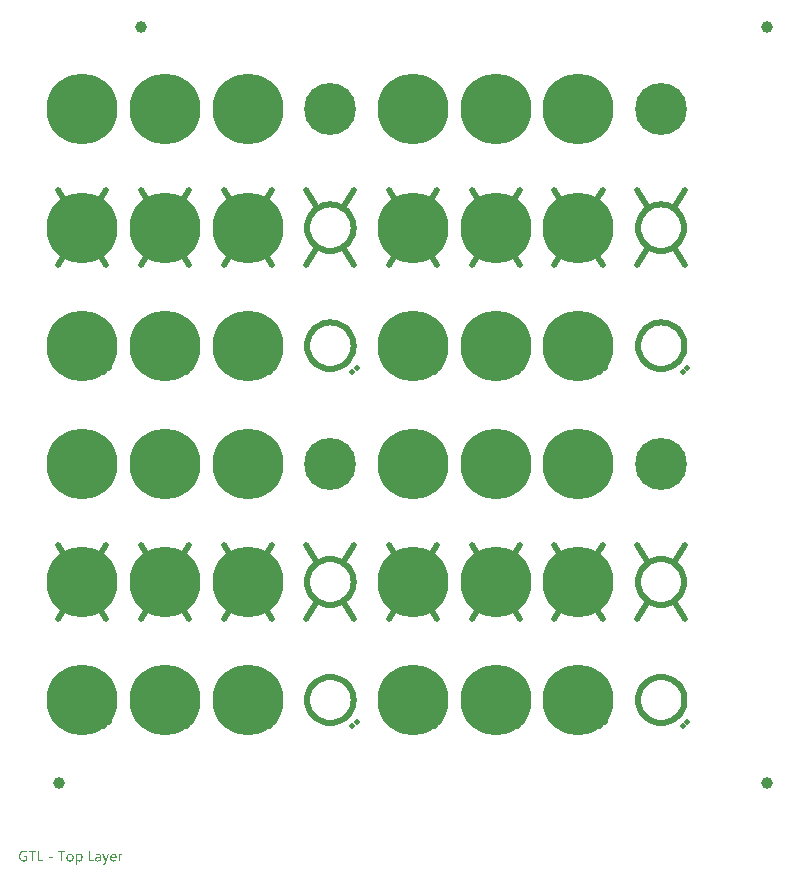
<source format=gtl>
G04*
G04 #@! TF.GenerationSoftware,Altium Limited,Altium Designer,22.11.1 (43)*
G04*
G04 Layer_Physical_Order=1*
G04 Layer_Color=255*
%FSLAX44Y44*%
%MOMM*%
G71*
G04*
G04 #@! TF.SameCoordinates,8AD1E97E-50D3-4F0F-8D34-8AA03B0C27D3*
G04*
G04*
G04 #@! TF.FilePolarity,Positive*
G04*
G01*
G75*
%ADD10C,0.4700*%
%ADD11C,0.4700*%
%ADD12C,0.5000*%
%ADD13C,1.0000*%
%ADD14C,4.4000*%
%ADD15C,0.5000*%
%ADD16C,6.0000*%
G36*
X-188856Y-227441D02*
X-188730Y-227449D01*
X-188581Y-227456D01*
X-188424Y-227472D01*
X-188244Y-227496D01*
X-188055Y-227519D01*
X-187859Y-227551D01*
X-187655Y-227590D01*
X-187451Y-227637D01*
X-187247Y-227692D01*
X-187043Y-227755D01*
X-186839Y-227825D01*
X-186651Y-227912D01*
X-186651Y-229065D01*
X-186666Y-229058D01*
X-186698Y-229034D01*
X-186760Y-229003D01*
X-186839Y-228956D01*
X-186949Y-228909D01*
X-187074Y-228846D01*
X-187216Y-228791D01*
X-187380Y-228720D01*
X-187553Y-228657D01*
X-187749Y-228595D01*
X-187961Y-228540D01*
X-188189Y-228493D01*
X-188432Y-228445D01*
X-188683Y-228414D01*
X-188942Y-228391D01*
X-189217Y-228383D01*
X-189280Y-228383D01*
X-189358Y-228391D01*
X-189468Y-228398D01*
X-189594Y-228414D01*
X-189743Y-228438D01*
X-189908Y-228469D01*
X-190088Y-228508D01*
X-190277Y-228563D01*
X-190473Y-228634D01*
X-190677Y-228720D01*
X-190889Y-228822D01*
X-191093Y-228940D01*
X-191289Y-229073D01*
X-191485Y-229238D01*
X-191674Y-229419D01*
X-191681Y-229426D01*
X-191713Y-229466D01*
X-191760Y-229521D01*
X-191823Y-229607D01*
X-191893Y-229709D01*
X-191980Y-229827D01*
X-192066Y-229976D01*
X-192152Y-230141D01*
X-192239Y-230321D01*
X-192325Y-230525D01*
X-192411Y-230745D01*
X-192482Y-230980D01*
X-192545Y-231232D01*
X-192592Y-231499D01*
X-192623Y-231789D01*
X-192631Y-232087D01*
X-192631Y-232095D01*
X-192631Y-232103D01*
X-192631Y-232126D01*
X-192631Y-232158D01*
X-192631Y-232205D01*
X-192623Y-232252D01*
X-192615Y-232370D01*
X-192608Y-232511D01*
X-192584Y-232676D01*
X-192561Y-232856D01*
X-192521Y-233053D01*
X-192474Y-233265D01*
X-192411Y-233484D01*
X-192341Y-233704D01*
X-192254Y-233932D01*
X-192152Y-234151D01*
X-192035Y-234363D01*
X-191901Y-234567D01*
X-191744Y-234756D01*
X-191736Y-234764D01*
X-191705Y-234795D01*
X-191650Y-234842D01*
X-191579Y-234905D01*
X-191493Y-234975D01*
X-191383Y-235062D01*
X-191258Y-235148D01*
X-191108Y-235235D01*
X-190944Y-235329D01*
X-190763Y-235415D01*
X-190567Y-235494D01*
X-190347Y-235572D01*
X-190120Y-235635D01*
X-189868Y-235682D01*
X-189609Y-235713D01*
X-189327Y-235721D01*
X-189225Y-235721D01*
X-189154Y-235713D01*
X-189060Y-235705D01*
X-188958Y-235697D01*
X-188840Y-235690D01*
X-188707Y-235666D01*
X-188573Y-235651D01*
X-188424Y-235619D01*
X-188126Y-235548D01*
X-187969Y-235501D01*
X-187820Y-235438D01*
X-187671Y-235376D01*
X-187522Y-235305D01*
X-187522Y-232801D01*
X-189476Y-232801D01*
X-189476Y-231852D01*
X-186470Y-231852D01*
X-186470Y-235902D01*
X-186486Y-235910D01*
X-186533Y-235933D01*
X-186603Y-235972D01*
X-186705Y-236019D01*
X-186831Y-236074D01*
X-186980Y-236137D01*
X-187153Y-236208D01*
X-187349Y-236278D01*
X-187561Y-236349D01*
X-187796Y-236420D01*
X-188040Y-236482D01*
X-188299Y-236537D01*
X-188573Y-236584D01*
X-188864Y-236624D01*
X-189154Y-236647D01*
X-189460Y-236655D01*
X-189547Y-236655D01*
X-189586Y-236647D01*
X-189641Y-236647D01*
X-189704Y-236639D01*
X-189774Y-236639D01*
X-189939Y-236616D01*
X-190127Y-236592D01*
X-190331Y-236553D01*
X-190559Y-236498D01*
X-190802Y-236435D01*
X-191054Y-236357D01*
X-191313Y-236255D01*
X-191572Y-236137D01*
X-191831Y-235996D01*
X-192082Y-235831D01*
X-192325Y-235643D01*
X-192553Y-235431D01*
X-192568Y-235415D01*
X-192600Y-235376D01*
X-192663Y-235305D01*
X-192733Y-235203D01*
X-192827Y-235085D01*
X-192922Y-234936D01*
X-193031Y-234756D01*
X-193141Y-234559D01*
X-193251Y-234340D01*
X-193361Y-234089D01*
X-193455Y-233822D01*
X-193549Y-233531D01*
X-193620Y-233225D01*
X-193683Y-232888D01*
X-193714Y-232535D01*
X-193730Y-232166D01*
X-193730Y-232158D01*
X-193730Y-232142D01*
X-193730Y-232111D01*
X-193730Y-232071D01*
X-193722Y-232024D01*
X-193722Y-231962D01*
X-193714Y-231899D01*
X-193706Y-231820D01*
X-193699Y-231734D01*
X-193691Y-231648D01*
X-193659Y-231444D01*
X-193620Y-231208D01*
X-193565Y-230965D01*
X-193494Y-230698D01*
X-193408Y-230423D01*
X-193306Y-230141D01*
X-193181Y-229858D01*
X-193023Y-229576D01*
X-192851Y-229293D01*
X-192647Y-229026D01*
X-192419Y-228767D01*
X-192404Y-228752D01*
X-192356Y-228712D01*
X-192286Y-228642D01*
X-192184Y-228555D01*
X-192050Y-228461D01*
X-191901Y-228343D01*
X-191721Y-228226D01*
X-191509Y-228100D01*
X-191281Y-227974D01*
X-191030Y-227857D01*
X-190763Y-227739D01*
X-190465Y-227645D01*
X-190151Y-227558D01*
X-189821Y-227488D01*
X-189468Y-227449D01*
X-189099Y-227433D01*
X-188958Y-227433D01*
X-188856Y-227441D01*
X-188856Y-227441D02*
G37*
G36*
X-142267Y-229992D02*
X-142180Y-230000D01*
X-142078Y-230007D01*
X-141960Y-230031D01*
X-141827Y-230054D01*
X-141678Y-230094D01*
X-141529Y-230141D01*
X-141372Y-230196D01*
X-141215Y-230266D01*
X-141050Y-230345D01*
X-140893Y-230447D01*
X-140744Y-230565D01*
X-140595Y-230698D01*
X-140462Y-230847D01*
X-140454Y-230855D01*
X-140430Y-230886D01*
X-140399Y-230933D01*
X-140352Y-231004D01*
X-140304Y-231090D01*
X-140242Y-231192D01*
X-140179Y-231318D01*
X-140116Y-231451D01*
X-140053Y-231608D01*
X-139991Y-231781D01*
X-139928Y-231970D01*
X-139881Y-232174D01*
X-139834Y-232393D01*
X-139802Y-232629D01*
X-139779Y-232880D01*
X-139771Y-233139D01*
X-139771Y-233147D01*
X-139771Y-233155D01*
X-139771Y-233178D01*
X-139771Y-233209D01*
X-139779Y-233296D01*
X-139787Y-233406D01*
X-139794Y-233539D01*
X-139810Y-233696D01*
X-139834Y-233869D01*
X-139865Y-234057D01*
X-139912Y-234253D01*
X-139959Y-234465D01*
X-140022Y-234677D01*
X-140100Y-234889D01*
X-140187Y-235101D01*
X-140289Y-235313D01*
X-140414Y-235509D01*
X-140548Y-235697D01*
X-140556Y-235705D01*
X-140587Y-235737D01*
X-140626Y-235784D01*
X-140689Y-235847D01*
X-140768Y-235917D01*
X-140862Y-236004D01*
X-140979Y-236090D01*
X-141105Y-236176D01*
X-141246Y-236263D01*
X-141411Y-236349D01*
X-141584Y-236435D01*
X-141772Y-236506D01*
X-141976Y-236569D01*
X-142196Y-236616D01*
X-142431Y-236647D01*
X-142675Y-236655D01*
X-142730Y-236655D01*
X-142793Y-236647D01*
X-142879Y-236639D01*
X-142981Y-236624D01*
X-143099Y-236600D01*
X-143232Y-236569D01*
X-143381Y-236522D01*
X-143530Y-236467D01*
X-143687Y-236396D01*
X-143844Y-236310D01*
X-144009Y-236208D01*
X-144166Y-236082D01*
X-144315Y-235941D01*
X-144456Y-235776D01*
X-144590Y-235588D01*
X-144613Y-235588D01*
X-144613Y-239433D01*
X-145634Y-239433D01*
X-145634Y-230133D01*
X-144613Y-230133D01*
X-144613Y-231255D01*
X-144590Y-231255D01*
X-144582Y-231239D01*
X-144551Y-231200D01*
X-144511Y-231138D01*
X-144449Y-231059D01*
X-144370Y-230957D01*
X-144276Y-230855D01*
X-144158Y-230737D01*
X-144033Y-230620D01*
X-143883Y-230502D01*
X-143719Y-230384D01*
X-143538Y-230282D01*
X-143342Y-230180D01*
X-143130Y-230102D01*
X-142894Y-230039D01*
X-142651Y-230000D01*
X-142384Y-229984D01*
X-142329Y-229984D01*
X-142267Y-229992D01*
X-142267Y-229992D02*
G37*
G36*
X-106477Y-230031D02*
X-106391Y-230031D01*
X-106297Y-230047D01*
X-106194Y-230062D01*
X-106092Y-230078D01*
X-106006Y-230109D01*
X-106006Y-231169D01*
X-106022Y-231161D01*
X-106053Y-231138D01*
X-106116Y-231106D01*
X-106202Y-231067D01*
X-106320Y-231028D01*
X-106446Y-230996D01*
X-106603Y-230973D01*
X-106783Y-230965D01*
X-106846Y-230965D01*
X-106893Y-230973D01*
X-106948Y-230980D01*
X-107011Y-230996D01*
X-107160Y-231043D01*
X-107246Y-231075D01*
X-107332Y-231114D01*
X-107427Y-231169D01*
X-107521Y-231224D01*
X-107607Y-231294D01*
X-107701Y-231381D01*
X-107788Y-231475D01*
X-107874Y-231585D01*
X-107882Y-231593D01*
X-107890Y-231616D01*
X-107913Y-231648D01*
X-107945Y-231695D01*
X-107976Y-231758D01*
X-108015Y-231836D01*
X-108055Y-231922D01*
X-108094Y-232024D01*
X-108133Y-232134D01*
X-108172Y-232260D01*
X-108212Y-232401D01*
X-108243Y-232550D01*
X-108274Y-232715D01*
X-108298Y-232888D01*
X-108306Y-233068D01*
X-108314Y-233265D01*
X-108314Y-236506D01*
X-109334Y-236506D01*
X-109334Y-230133D01*
X-108314Y-230133D01*
X-108314Y-231451D01*
X-108290Y-231451D01*
X-108290Y-231444D01*
X-108282Y-231420D01*
X-108266Y-231389D01*
X-108251Y-231342D01*
X-108227Y-231287D01*
X-108196Y-231216D01*
X-108125Y-231067D01*
X-108031Y-230894D01*
X-107913Y-230721D01*
X-107780Y-230557D01*
X-107623Y-230400D01*
X-107615Y-230392D01*
X-107599Y-230384D01*
X-107576Y-230368D01*
X-107544Y-230337D01*
X-107505Y-230313D01*
X-107450Y-230282D01*
X-107332Y-230211D01*
X-107183Y-230141D01*
X-107011Y-230078D01*
X-106822Y-230039D01*
X-106720Y-230031D01*
X-106618Y-230023D01*
X-106556Y-230023D01*
X-106477Y-230031D01*
X-106477Y-230031D02*
G37*
G36*
X-165106Y-233359D02*
X-168505Y-233359D01*
X-168505Y-232558D01*
X-165106Y-232558D01*
X-165106Y-233359D01*
X-165106Y-233359D02*
G37*
G36*
X-120024Y-237526D02*
X-120024Y-237534D01*
X-120032Y-237550D01*
X-120047Y-237573D01*
X-120063Y-237613D01*
X-120079Y-237660D01*
X-120102Y-237707D01*
X-120165Y-237832D01*
X-120251Y-237981D01*
X-120345Y-238154D01*
X-120463Y-238327D01*
X-120597Y-238515D01*
X-120746Y-238696D01*
X-120911Y-238876D01*
X-121091Y-239049D01*
X-121287Y-239198D01*
X-121499Y-239324D01*
X-121609Y-239371D01*
X-121727Y-239418D01*
X-121845Y-239457D01*
X-121970Y-239481D01*
X-122096Y-239496D01*
X-122229Y-239504D01*
X-122292Y-239504D01*
X-122370Y-239496D01*
X-122465Y-239496D01*
X-122567Y-239481D01*
X-122676Y-239465D01*
X-122794Y-239449D01*
X-122896Y-239418D01*
X-122896Y-238507D01*
X-122881Y-238515D01*
X-122841Y-238523D01*
X-122779Y-238539D01*
X-122700Y-238562D01*
X-122606Y-238586D01*
X-122504Y-238601D01*
X-122394Y-238609D01*
X-122292Y-238617D01*
X-122261Y-238617D01*
X-122221Y-238609D01*
X-122166Y-238601D01*
X-122104Y-238586D01*
X-122025Y-238570D01*
X-121947Y-238539D01*
X-121852Y-238500D01*
X-121766Y-238452D01*
X-121664Y-238390D01*
X-121570Y-238319D01*
X-121476Y-238233D01*
X-121382Y-238123D01*
X-121287Y-238005D01*
X-121209Y-237864D01*
X-121130Y-237699D01*
X-120620Y-236498D01*
X-123108Y-230133D01*
X-121978Y-230133D01*
X-120251Y-235038D01*
X-120251Y-235046D01*
X-120244Y-235062D01*
X-120236Y-235085D01*
X-120220Y-235132D01*
X-120204Y-235195D01*
X-120189Y-235282D01*
X-120157Y-235392D01*
X-120126Y-235525D01*
X-120086Y-235525D01*
X-120086Y-235517D01*
X-120079Y-235494D01*
X-120071Y-235462D01*
X-120055Y-235407D01*
X-120039Y-235344D01*
X-120024Y-235266D01*
X-119992Y-235164D01*
X-119961Y-235054D01*
X-118148Y-230133D01*
X-117096Y-230133D01*
X-120024Y-237526D01*
X-120024Y-237526D02*
G37*
G36*
X-126240Y-229992D02*
X-126185Y-229992D01*
X-126130Y-230000D01*
X-126059Y-230007D01*
X-125981Y-230023D01*
X-125816Y-230054D01*
X-125620Y-230109D01*
X-125423Y-230180D01*
X-125212Y-230282D01*
X-125000Y-230408D01*
X-124898Y-230478D01*
X-124796Y-230565D01*
X-124701Y-230659D01*
X-124607Y-230753D01*
X-124521Y-230863D01*
X-124443Y-230988D01*
X-124364Y-231114D01*
X-124293Y-231255D01*
X-124238Y-231412D01*
X-124184Y-231577D01*
X-124144Y-231750D01*
X-124113Y-231946D01*
X-124097Y-232142D01*
X-124089Y-232362D01*
X-124089Y-236506D01*
X-125110Y-236506D01*
X-125110Y-235517D01*
X-125133Y-235517D01*
X-125141Y-235533D01*
X-125164Y-235564D01*
X-125204Y-235619D01*
X-125259Y-235697D01*
X-125329Y-235784D01*
X-125416Y-235878D01*
X-125510Y-235980D01*
X-125628Y-236082D01*
X-125761Y-236192D01*
X-125902Y-236294D01*
X-126067Y-236388D01*
X-126240Y-236475D01*
X-126436Y-236553D01*
X-126640Y-236608D01*
X-126860Y-236639D01*
X-127095Y-236655D01*
X-127190Y-236655D01*
X-127252Y-236647D01*
X-127331Y-236639D01*
X-127425Y-236632D01*
X-127527Y-236616D01*
X-127637Y-236592D01*
X-127880Y-236530D01*
X-127998Y-236490D01*
X-128124Y-236443D01*
X-128249Y-236388D01*
X-128367Y-236318D01*
X-128477Y-236239D01*
X-128587Y-236153D01*
X-128594Y-236145D01*
X-128610Y-236129D01*
X-128634Y-236098D01*
X-128673Y-236059D01*
X-128712Y-236012D01*
X-128751Y-235949D01*
X-128806Y-235878D01*
X-128853Y-235800D01*
X-128900Y-235705D01*
X-128948Y-235603D01*
X-128995Y-235494D01*
X-129034Y-235376D01*
X-129073Y-235250D01*
X-129097Y-235117D01*
X-129112Y-234968D01*
X-129120Y-234818D01*
X-129120Y-234811D01*
X-129120Y-234795D01*
X-129120Y-234771D01*
X-129112Y-234740D01*
X-129112Y-234701D01*
X-129104Y-234654D01*
X-129089Y-234536D01*
X-129058Y-234395D01*
X-129010Y-234238D01*
X-128948Y-234065D01*
X-128853Y-233885D01*
X-128743Y-233704D01*
X-128610Y-233524D01*
X-128524Y-233437D01*
X-128437Y-233351D01*
X-128335Y-233265D01*
X-128233Y-233186D01*
X-128116Y-233107D01*
X-127990Y-233037D01*
X-127857Y-232974D01*
X-127708Y-232911D01*
X-127550Y-232856D01*
X-127386Y-232809D01*
X-127205Y-232770D01*
X-127017Y-232739D01*
X-125110Y-232472D01*
X-125110Y-232464D01*
X-125110Y-232456D01*
X-125110Y-232432D01*
X-125110Y-232401D01*
X-125118Y-232323D01*
X-125133Y-232221D01*
X-125149Y-232095D01*
X-125180Y-231954D01*
X-125219Y-231812D01*
X-125274Y-231656D01*
X-125345Y-231506D01*
X-125431Y-231357D01*
X-125533Y-231224D01*
X-125659Y-231098D01*
X-125816Y-230996D01*
X-125989Y-230918D01*
X-126083Y-230886D01*
X-126193Y-230863D01*
X-126303Y-230855D01*
X-126420Y-230847D01*
X-126475Y-230847D01*
X-126530Y-230855D01*
X-126616Y-230863D01*
X-126719Y-230871D01*
X-126836Y-230886D01*
X-126970Y-230910D01*
X-127111Y-230941D01*
X-127268Y-230988D01*
X-127433Y-231035D01*
X-127605Y-231098D01*
X-127786Y-231177D01*
X-127966Y-231271D01*
X-128147Y-231373D01*
X-128328Y-231491D01*
X-128500Y-231632D01*
X-128500Y-230588D01*
X-128492Y-230580D01*
X-128461Y-230565D01*
X-128406Y-230533D01*
X-128335Y-230494D01*
X-128241Y-230447D01*
X-128139Y-230400D01*
X-128014Y-230345D01*
X-127872Y-230282D01*
X-127723Y-230227D01*
X-127558Y-230172D01*
X-127378Y-230125D01*
X-127190Y-230078D01*
X-126985Y-230039D01*
X-126781Y-230007D01*
X-126562Y-229992D01*
X-126334Y-229984D01*
X-126279Y-229984D01*
X-126240Y-229992D01*
X-126240Y-229992D02*
G37*
G36*
X-133461Y-235564D02*
X-129874Y-235564D01*
X-129874Y-236506D01*
X-134504Y-236506D01*
X-134504Y-227582D01*
X-133461Y-227582D01*
X-133461Y-235564D01*
X-133461Y-235564D02*
G37*
G36*
X-154369Y-228532D02*
X-156944Y-228532D01*
X-156944Y-236506D01*
X-157987Y-236506D01*
X-157987Y-228532D01*
X-160562Y-228532D01*
X-160562Y-227582D01*
X-154369Y-227582D01*
X-154369Y-228532D01*
X-154369Y-228532D02*
G37*
G36*
X-176675Y-235564D02*
X-173088Y-235564D01*
X-173088Y-236506D01*
X-177719Y-236506D01*
X-177719Y-227582D01*
X-176675Y-227582D01*
X-176675Y-235564D01*
X-176675Y-235564D02*
G37*
G36*
X-179124Y-228532D02*
X-181698Y-228532D01*
X-181698Y-236506D01*
X-182742Y-236506D01*
X-182742Y-228532D01*
X-185316Y-228532D01*
X-185316Y-227582D01*
X-179124Y-227582D01*
X-179124Y-228532D01*
X-179124Y-228532D02*
G37*
G36*
X-113376Y-229992D02*
X-113290Y-230000D01*
X-113180Y-230007D01*
X-113062Y-230023D01*
X-112929Y-230054D01*
X-112787Y-230086D01*
X-112630Y-230125D01*
X-112473Y-230180D01*
X-112316Y-230251D01*
X-112152Y-230329D01*
X-111995Y-230423D01*
X-111846Y-230533D01*
X-111696Y-230659D01*
X-111563Y-230800D01*
X-111555Y-230808D01*
X-111531Y-230839D01*
X-111500Y-230886D01*
X-111453Y-230949D01*
X-111406Y-231028D01*
X-111343Y-231130D01*
X-111280Y-231247D01*
X-111218Y-231381D01*
X-111155Y-231538D01*
X-111092Y-231703D01*
X-111029Y-231891D01*
X-110982Y-232087D01*
X-110935Y-232307D01*
X-110904Y-232535D01*
X-110880Y-232786D01*
X-110872Y-233045D01*
X-110872Y-233578D01*
X-115377Y-233578D01*
X-115377Y-233594D01*
X-115377Y-233626D01*
X-115370Y-233680D01*
X-115362Y-233751D01*
X-115354Y-233845D01*
X-115338Y-233947D01*
X-115322Y-234057D01*
X-115291Y-234183D01*
X-115220Y-234450D01*
X-115173Y-234583D01*
X-115118Y-234724D01*
X-115056Y-234858D01*
X-114985Y-234991D01*
X-114899Y-235109D01*
X-114804Y-235227D01*
X-114796Y-235235D01*
X-114781Y-235250D01*
X-114749Y-235282D01*
X-114702Y-235313D01*
X-114647Y-235360D01*
X-114577Y-235407D01*
X-114498Y-235462D01*
X-114412Y-235509D01*
X-114310Y-235564D01*
X-114192Y-235619D01*
X-114074Y-235666D01*
X-113933Y-235713D01*
X-113792Y-235745D01*
X-113635Y-235776D01*
X-113470Y-235792D01*
X-113298Y-235800D01*
X-113250Y-235800D01*
X-113195Y-235792D01*
X-113117Y-235792D01*
X-113023Y-235776D01*
X-112913Y-235760D01*
X-112787Y-235737D01*
X-112646Y-235713D01*
X-112497Y-235674D01*
X-112340Y-235627D01*
X-112175Y-235572D01*
X-112010Y-235501D01*
X-111838Y-235423D01*
X-111665Y-235329D01*
X-111492Y-235219D01*
X-111320Y-235093D01*
X-111320Y-236051D01*
X-111327Y-236059D01*
X-111359Y-236074D01*
X-111406Y-236106D01*
X-111469Y-236145D01*
X-111555Y-236192D01*
X-111657Y-236239D01*
X-111775Y-236294D01*
X-111908Y-236349D01*
X-112065Y-236412D01*
X-112230Y-236467D01*
X-112411Y-236514D01*
X-112607Y-236561D01*
X-112819Y-236600D01*
X-113046Y-236632D01*
X-113290Y-236647D01*
X-113541Y-236655D01*
X-113604Y-236655D01*
X-113666Y-236647D01*
X-113760Y-236639D01*
X-113878Y-236632D01*
X-114012Y-236608D01*
X-114153Y-236584D01*
X-114310Y-236545D01*
X-114475Y-236498D01*
X-114647Y-236443D01*
X-114828Y-236373D01*
X-115001Y-236294D01*
X-115181Y-236192D01*
X-115346Y-236074D01*
X-115511Y-235941D01*
X-115660Y-235792D01*
X-115668Y-235784D01*
X-115691Y-235753D01*
X-115730Y-235697D01*
X-115778Y-235627D01*
X-115840Y-235541D01*
X-115903Y-235431D01*
X-115974Y-235305D01*
X-116045Y-235156D01*
X-116115Y-234999D01*
X-116186Y-234811D01*
X-116249Y-234614D01*
X-116311Y-234395D01*
X-116358Y-234159D01*
X-116398Y-233908D01*
X-116421Y-233633D01*
X-116429Y-233351D01*
X-116429Y-233343D01*
X-116429Y-233335D01*
X-116429Y-233312D01*
X-116429Y-233288D01*
X-116421Y-233209D01*
X-116413Y-233100D01*
X-116405Y-232974D01*
X-116382Y-232833D01*
X-116358Y-232668D01*
X-116327Y-232488D01*
X-116280Y-232299D01*
X-116225Y-232103D01*
X-116154Y-231899D01*
X-116076Y-231695D01*
X-115982Y-231499D01*
X-115864Y-231294D01*
X-115738Y-231106D01*
X-115589Y-230926D01*
X-115581Y-230918D01*
X-115550Y-230886D01*
X-115503Y-230839D01*
X-115440Y-230777D01*
X-115354Y-230706D01*
X-115252Y-230627D01*
X-115142Y-230541D01*
X-115008Y-230455D01*
X-114867Y-230368D01*
X-114702Y-230282D01*
X-114530Y-230203D01*
X-114349Y-230133D01*
X-114153Y-230070D01*
X-113941Y-230023D01*
X-113721Y-229992D01*
X-113494Y-229984D01*
X-113439Y-229984D01*
X-113376Y-229992D01*
X-113376Y-229992D02*
G37*
G36*
X-150154Y-229992D02*
X-150052Y-230000D01*
X-149935Y-230007D01*
X-149794Y-230031D01*
X-149644Y-230054D01*
X-149480Y-230094D01*
X-149299Y-230141D01*
X-149118Y-230196D01*
X-148938Y-230266D01*
X-148750Y-230353D01*
X-148569Y-230455D01*
X-148389Y-230572D01*
X-148224Y-230706D01*
X-148067Y-230863D01*
X-148059Y-230871D01*
X-148035Y-230902D01*
X-147996Y-230957D01*
X-147941Y-231028D01*
X-147878Y-231114D01*
X-147816Y-231224D01*
X-147737Y-231349D01*
X-147667Y-231499D01*
X-147588Y-231663D01*
X-147517Y-231844D01*
X-147455Y-232040D01*
X-147392Y-232260D01*
X-147337Y-232495D01*
X-147298Y-232747D01*
X-147274Y-233013D01*
X-147266Y-233296D01*
X-147266Y-233304D01*
X-147266Y-233312D01*
X-147266Y-233335D01*
X-147266Y-233367D01*
X-147274Y-233445D01*
X-147282Y-233547D01*
X-147290Y-233680D01*
X-147313Y-233830D01*
X-147337Y-233994D01*
X-147376Y-234175D01*
X-147423Y-234363D01*
X-147478Y-234567D01*
X-147549Y-234771D01*
X-147627Y-234975D01*
X-147729Y-235180D01*
X-147847Y-235376D01*
X-147980Y-235564D01*
X-148130Y-235745D01*
X-148137Y-235753D01*
X-148169Y-235784D01*
X-148216Y-235831D01*
X-148287Y-235886D01*
X-148373Y-235957D01*
X-148475Y-236035D01*
X-148601Y-236113D01*
X-148742Y-236200D01*
X-148899Y-236286D01*
X-149071Y-236365D01*
X-149260Y-236443D01*
X-149464Y-236514D01*
X-149691Y-236569D01*
X-149927Y-236616D01*
X-150170Y-236647D01*
X-150437Y-236655D01*
X-150500Y-236655D01*
X-150570Y-236647D01*
X-150673Y-236639D01*
X-150790Y-236632D01*
X-150932Y-236608D01*
X-151081Y-236584D01*
X-151245Y-236545D01*
X-151426Y-236498D01*
X-151607Y-236435D01*
X-151795Y-236365D01*
X-151983Y-236278D01*
X-152172Y-236176D01*
X-152360Y-236059D01*
X-152533Y-235925D01*
X-152697Y-235768D01*
X-152705Y-235760D01*
X-152737Y-235729D01*
X-152776Y-235674D01*
X-152831Y-235603D01*
X-152894Y-235517D01*
X-152964Y-235407D01*
X-153035Y-235282D01*
X-153113Y-235132D01*
X-153192Y-234975D01*
X-153270Y-234795D01*
X-153341Y-234599D01*
X-153404Y-234387D01*
X-153459Y-234167D01*
X-153498Y-233924D01*
X-153529Y-233665D01*
X-153537Y-233398D01*
X-153537Y-233390D01*
X-153537Y-233382D01*
X-153537Y-233359D01*
X-153537Y-233327D01*
X-153529Y-233241D01*
X-153521Y-233131D01*
X-153514Y-232998D01*
X-153490Y-232841D01*
X-153467Y-232668D01*
X-153427Y-232480D01*
X-153380Y-232283D01*
X-153325Y-232079D01*
X-153255Y-231867D01*
X-153168Y-231656D01*
X-153066Y-231451D01*
X-152956Y-231255D01*
X-152823Y-231067D01*
X-152666Y-230886D01*
X-152658Y-230879D01*
X-152627Y-230847D01*
X-152572Y-230800D01*
X-152501Y-230745D01*
X-152415Y-230674D01*
X-152305Y-230604D01*
X-152179Y-230518D01*
X-152038Y-230431D01*
X-151881Y-230353D01*
X-151701Y-230266D01*
X-151504Y-230196D01*
X-151292Y-230125D01*
X-151065Y-230070D01*
X-150822Y-230023D01*
X-150563Y-229992D01*
X-150288Y-229984D01*
X-150225Y-229984D01*
X-150154Y-229992D01*
X-150154Y-229992D02*
G37*
%LPC*%
G36*
X-142635Y-230847D02*
X-142722Y-230847D01*
X-142785Y-230855D01*
X-142863Y-230863D01*
X-142949Y-230879D01*
X-143044Y-230902D01*
X-143153Y-230926D01*
X-143263Y-230957D01*
X-143381Y-230996D01*
X-143499Y-231051D01*
X-143617Y-231106D01*
X-143734Y-231177D01*
X-143852Y-231263D01*
X-143970Y-231357D01*
X-144072Y-231467D01*
X-144080Y-231475D01*
X-144095Y-231499D01*
X-144119Y-231530D01*
X-144158Y-231577D01*
X-144197Y-231640D01*
X-144244Y-231710D01*
X-144292Y-231797D01*
X-144339Y-231891D01*
X-144394Y-232001D01*
X-144441Y-232119D01*
X-144488Y-232244D01*
X-144527Y-232385D01*
X-144566Y-232535D01*
X-144590Y-232684D01*
X-144606Y-232848D01*
X-144613Y-233021D01*
X-144613Y-233908D01*
X-144613Y-233916D01*
X-144613Y-233939D01*
X-144613Y-233987D01*
X-144606Y-234042D01*
X-144598Y-234112D01*
X-144590Y-234191D01*
X-144574Y-234277D01*
X-144551Y-234371D01*
X-144488Y-234583D01*
X-144449Y-234693D01*
X-144402Y-234811D01*
X-144339Y-234921D01*
X-144268Y-235038D01*
X-144190Y-235148D01*
X-144103Y-235250D01*
X-144095Y-235258D01*
X-144080Y-235274D01*
X-144048Y-235297D01*
X-144009Y-235336D01*
X-143962Y-235376D01*
X-143899Y-235423D01*
X-143828Y-235470D01*
X-143742Y-235525D01*
X-143656Y-235572D01*
X-143554Y-235627D01*
X-143444Y-235674D01*
X-143334Y-235713D01*
X-143209Y-235753D01*
X-143075Y-235776D01*
X-142934Y-235792D01*
X-142793Y-235800D01*
X-142753Y-235800D01*
X-142706Y-235792D01*
X-142635Y-235792D01*
X-142565Y-235776D01*
X-142471Y-235760D01*
X-142369Y-235737D01*
X-142267Y-235713D01*
X-142149Y-235674D01*
X-142031Y-235627D01*
X-141913Y-235572D01*
X-141788Y-235501D01*
X-141670Y-235423D01*
X-141552Y-235329D01*
X-141442Y-235219D01*
X-141341Y-235093D01*
X-141333Y-235085D01*
X-141317Y-235062D01*
X-141293Y-235023D01*
X-141254Y-234960D01*
X-141215Y-234889D01*
X-141176Y-234803D01*
X-141129Y-234693D01*
X-141074Y-234575D01*
X-141027Y-234442D01*
X-140979Y-234293D01*
X-140940Y-234136D01*
X-140893Y-233955D01*
X-140862Y-233767D01*
X-140838Y-233563D01*
X-140822Y-233343D01*
X-140815Y-233115D01*
X-140815Y-233100D01*
X-140815Y-233068D01*
X-140815Y-233013D01*
X-140822Y-232943D01*
X-140830Y-232848D01*
X-140838Y-232747D01*
X-140854Y-232637D01*
X-140877Y-232511D01*
X-140932Y-232244D01*
X-140972Y-232103D01*
X-141027Y-231970D01*
X-141081Y-231828D01*
X-141144Y-231695D01*
X-141223Y-231569D01*
X-141309Y-231451D01*
X-141317Y-231444D01*
X-141333Y-231428D01*
X-141356Y-231397D01*
X-141395Y-231357D01*
X-141450Y-231310D01*
X-141505Y-231263D01*
X-141576Y-231208D01*
X-141655Y-231145D01*
X-141749Y-231090D01*
X-141843Y-231035D01*
X-141953Y-230988D01*
X-142070Y-230941D01*
X-142204Y-230902D01*
X-142337Y-230871D01*
X-142479Y-230855D01*
X-142635Y-230847D01*
X-142635Y-230847D02*
G37*
G36*
X-125110Y-233288D02*
X-126648Y-233500D01*
X-126656Y-233500D01*
X-126679Y-233508D01*
X-126719Y-233508D01*
X-126766Y-233516D01*
X-126821Y-233531D01*
X-126891Y-233547D01*
X-127048Y-233578D01*
X-127221Y-233626D01*
X-127394Y-233688D01*
X-127566Y-233767D01*
X-127645Y-233806D01*
X-127715Y-233853D01*
X-127731Y-233869D01*
X-127770Y-233900D01*
X-127833Y-233963D01*
X-127896Y-234057D01*
X-127959Y-234183D01*
X-127990Y-234253D01*
X-128021Y-234332D01*
X-128045Y-234418D01*
X-128061Y-234520D01*
X-128069Y-234622D01*
X-128076Y-234740D01*
X-128076Y-234748D01*
X-128076Y-234764D01*
X-128076Y-234787D01*
X-128069Y-234818D01*
X-128061Y-234905D01*
X-128037Y-235015D01*
X-127998Y-235132D01*
X-127935Y-235266D01*
X-127857Y-235392D01*
X-127747Y-235509D01*
X-127739Y-235509D01*
X-127731Y-235525D01*
X-127684Y-235556D01*
X-127613Y-235603D01*
X-127511Y-235651D01*
X-127378Y-235705D01*
X-127229Y-235753D01*
X-127048Y-235784D01*
X-126852Y-235800D01*
X-126781Y-235800D01*
X-126726Y-235792D01*
X-126664Y-235784D01*
X-126585Y-235768D01*
X-126507Y-235753D01*
X-126412Y-235729D01*
X-126216Y-235666D01*
X-126114Y-235627D01*
X-126004Y-235572D01*
X-125902Y-235509D01*
X-125800Y-235438D01*
X-125698Y-235360D01*
X-125604Y-235266D01*
X-125596Y-235258D01*
X-125581Y-235242D01*
X-125557Y-235211D01*
X-125526Y-235172D01*
X-125486Y-235117D01*
X-125447Y-235054D01*
X-125400Y-234983D01*
X-125353Y-234897D01*
X-125314Y-234803D01*
X-125267Y-234701D01*
X-125227Y-234591D01*
X-125188Y-234473D01*
X-125157Y-234348D01*
X-125133Y-234214D01*
X-125118Y-234073D01*
X-125110Y-233924D01*
X-125110Y-233288D01*
X-125110Y-233288D02*
G37*
G36*
X-113509Y-230847D02*
X-113580Y-230847D01*
X-113627Y-230855D01*
X-113690Y-230863D01*
X-113768Y-230871D01*
X-113847Y-230886D01*
X-113933Y-230910D01*
X-114129Y-230973D01*
X-114231Y-231012D01*
X-114333Y-231067D01*
X-114436Y-231122D01*
X-114545Y-231192D01*
X-114640Y-231271D01*
X-114742Y-231365D01*
X-114749Y-231373D01*
X-114765Y-231389D01*
X-114789Y-231420D01*
X-114820Y-231459D01*
X-114859Y-231514D01*
X-114906Y-231569D01*
X-114953Y-231648D01*
X-115008Y-231726D01*
X-115063Y-231820D01*
X-115111Y-231922D01*
X-115165Y-232032D01*
X-115212Y-232150D01*
X-115260Y-232283D01*
X-115299Y-232417D01*
X-115338Y-232566D01*
X-115362Y-232715D01*
X-111916Y-232715D01*
X-111916Y-232707D01*
X-111916Y-232676D01*
X-111916Y-232629D01*
X-111924Y-232566D01*
X-111932Y-232495D01*
X-111940Y-232409D01*
X-111955Y-232315D01*
X-111971Y-232213D01*
X-112026Y-231993D01*
X-112105Y-231758D01*
X-112152Y-231648D01*
X-112206Y-231538D01*
X-112269Y-231436D01*
X-112348Y-231342D01*
X-112356Y-231334D01*
X-112364Y-231318D01*
X-112387Y-231294D01*
X-112426Y-231263D01*
X-112465Y-231224D01*
X-112521Y-231185D01*
X-112575Y-231138D01*
X-112646Y-231090D01*
X-112725Y-231051D01*
X-112811Y-231004D01*
X-112913Y-230965D01*
X-113015Y-230926D01*
X-113125Y-230894D01*
X-113243Y-230871D01*
X-113376Y-230855D01*
X-113509Y-230847D01*
X-113509Y-230847D02*
G37*
G36*
X-150366Y-230847D02*
X-150406Y-230847D01*
X-150461Y-230855D01*
X-150531Y-230855D01*
X-150610Y-230871D01*
X-150704Y-230879D01*
X-150814Y-230902D01*
X-150932Y-230933D01*
X-151049Y-230965D01*
X-151175Y-231012D01*
X-151308Y-231067D01*
X-151434Y-231130D01*
X-151567Y-231208D01*
X-151693Y-231294D01*
X-151811Y-231397D01*
X-151920Y-231514D01*
X-151928Y-231522D01*
X-151944Y-231546D01*
X-151975Y-231585D01*
X-152007Y-231640D01*
X-152054Y-231703D01*
X-152101Y-231789D01*
X-152156Y-231883D01*
X-152203Y-231993D01*
X-152258Y-232119D01*
X-152313Y-232260D01*
X-152360Y-232409D01*
X-152407Y-232574D01*
X-152438Y-232754D01*
X-152470Y-232943D01*
X-152486Y-233147D01*
X-152493Y-233359D01*
X-152493Y-233374D01*
X-152493Y-233406D01*
X-152486Y-233468D01*
X-152486Y-233547D01*
X-152478Y-233641D01*
X-152462Y-233751D01*
X-152446Y-233877D01*
X-152423Y-234010D01*
X-152391Y-234151D01*
X-152352Y-234293D01*
X-152305Y-234442D01*
X-152250Y-234591D01*
X-152187Y-234740D01*
X-152109Y-234881D01*
X-152022Y-235023D01*
X-151920Y-235148D01*
X-151913Y-235156D01*
X-151897Y-235180D01*
X-151858Y-235211D01*
X-151811Y-235250D01*
X-151756Y-235297D01*
X-151685Y-235352D01*
X-151599Y-235415D01*
X-151504Y-235470D01*
X-151402Y-235533D01*
X-151285Y-235595D01*
X-151159Y-235651D01*
X-151018Y-235697D01*
X-150869Y-235737D01*
X-150712Y-235768D01*
X-150547Y-235792D01*
X-150366Y-235800D01*
X-150319Y-235800D01*
X-150272Y-235792D01*
X-150202Y-235792D01*
X-150123Y-235776D01*
X-150029Y-235768D01*
X-149919Y-235745D01*
X-149801Y-235721D01*
X-149684Y-235690D01*
X-149558Y-235643D01*
X-149432Y-235595D01*
X-149307Y-235533D01*
X-149181Y-235462D01*
X-149064Y-235376D01*
X-148946Y-235274D01*
X-148844Y-235164D01*
X-148836Y-235156D01*
X-148820Y-235132D01*
X-148797Y-235093D01*
X-148757Y-235046D01*
X-148718Y-234975D01*
X-148671Y-234897D01*
X-148624Y-234803D01*
X-148577Y-234693D01*
X-148530Y-234567D01*
X-148475Y-234434D01*
X-148436Y-234285D01*
X-148396Y-234120D01*
X-148357Y-233947D01*
X-148334Y-233751D01*
X-148318Y-233547D01*
X-148310Y-233335D01*
X-148310Y-233319D01*
X-148310Y-233280D01*
X-148310Y-233217D01*
X-148318Y-233139D01*
X-148326Y-233037D01*
X-148342Y-232927D01*
X-148357Y-232794D01*
X-148373Y-232660D01*
X-148443Y-232362D01*
X-148483Y-232213D01*
X-148538Y-232056D01*
X-148593Y-231907D01*
X-148671Y-231765D01*
X-148750Y-231624D01*
X-148844Y-231499D01*
X-148852Y-231491D01*
X-148867Y-231467D01*
X-148899Y-231436D01*
X-148946Y-231397D01*
X-149001Y-231349D01*
X-149064Y-231294D01*
X-149142Y-231232D01*
X-149236Y-231169D01*
X-149338Y-231114D01*
X-149448Y-231051D01*
X-149574Y-230996D01*
X-149707Y-230949D01*
X-149856Y-230910D01*
X-150013Y-230879D01*
X-150186Y-230855D01*
X-150366Y-230847D01*
X-150366Y-230847D02*
G37*
%LPD*%
D10*
X-153859Y-13859D02*
X-151932Y-15550D01*
X-149800Y-16974D01*
X-147501Y-18108D01*
X-145073Y-18932D01*
X-142558Y-19432D01*
X-140000Y-19600D01*
X-137442Y-19432D01*
X-134927Y-18932D01*
X-132499Y-18108D01*
X-130200Y-16974D01*
X-128068Y-15550D01*
X-126141Y-13859D01*
X-124450Y-11932D01*
X-123026Y-9800D01*
X-121892Y-7501D01*
X-121068Y-5073D01*
X-120568Y-2558D01*
X-120400Y0D01*
X-120568Y2558D01*
X-121068Y5073D01*
X-121892Y7501D01*
X-123026Y9800D01*
X-124450Y11932D01*
X-126141Y13859D01*
X-128068Y15550D01*
X-130200Y16974D01*
X-132499Y18108D01*
X-134927Y18932D01*
X-137442Y19432D01*
X-140000Y19600D01*
X-142558Y19432D01*
X-145073Y18932D01*
X-147501Y18108D01*
X-149800Y16974D01*
X-151932Y15550D01*
X-153859Y13859D01*
X-155550Y11932D01*
X-156974Y9800D01*
X-158108Y7501D01*
X-158932Y5073D01*
X-159432Y2558D01*
X-159600Y0D01*
X-159432Y-2558D01*
X-158932Y-5073D01*
X-158108Y-7501D01*
X-156974Y-9800D01*
X-155550Y-11932D01*
X-153859Y-13859D01*
X-75073Y-18932D02*
X-72558Y-19432D01*
X-70000Y-19600D01*
X-67442Y-19432D01*
X-64927Y-18932D01*
X-62499Y-18108D01*
X-60200Y-16974D01*
X-58068Y-15550D01*
X-56141Y-13859D01*
X-54450Y-11932D01*
X-53026Y-9800D01*
X-51892Y-7501D01*
X-51068Y-5073D01*
X-50568Y-2558D01*
X-50400Y0D01*
X-50568Y2558D01*
X-51068Y5073D01*
X-51892Y7501D01*
X-53026Y9800D01*
X-54450Y11932D01*
X-56141Y13859D01*
X-58068Y15550D01*
X-60200Y16974D01*
X-62499Y18108D01*
X-64927Y18932D01*
X-67442Y19432D01*
X-70000Y19600D01*
X-72558Y19432D01*
X-75073Y18932D01*
X-77501Y18108D01*
X-79800Y16974D01*
X-81932Y15550D01*
X-83859Y13859D01*
X-85550Y11932D01*
X-86974Y9800D01*
X-88108Y7501D01*
X-88932Y5073D01*
X-89432Y2558D01*
X-89600Y0D01*
X-89432Y-2558D01*
X-88932Y-5073D01*
X-88108Y-7501D01*
X-86974Y-9800D01*
X-85550Y-11932D01*
X-83859Y-13859D01*
X-81932Y-15550D01*
X-79800Y-16974D01*
X-77501Y-18108D01*
X-75073Y-18932D01*
X-15550Y-11932D02*
X-13859Y-13859D01*
X-11932Y-15550D01*
X-9800Y-16974D01*
X-7501Y-18108D01*
X-5073Y-18932D01*
X-2558Y-19432D01*
X0Y-19600D01*
X2558Y-19432D01*
X5073Y-18932D01*
X7501Y-18108D01*
X9800Y-16974D01*
X11932Y-15550D01*
X13859Y-13859D01*
X15550Y-11932D01*
X16974Y-9800D01*
X18108Y-7501D01*
X18932Y-5073D01*
X19432Y-2558D01*
X19600Y0D01*
X19432Y2558D01*
X18932Y5073D01*
X18108Y7501D01*
X16974Y9800D01*
X15550Y11932D01*
X13859Y13859D01*
X11932Y15550D01*
X9800Y16974D01*
X7501Y18108D01*
X5073Y18932D01*
X2558Y19432D01*
X0Y19600D01*
X-2558Y19432D01*
X-5073Y18932D01*
X-7501Y18108D01*
X-9800Y16974D01*
X-11932Y15550D01*
X-13859Y13859D01*
X-15550Y11932D01*
X-16974Y9800D01*
X-18108Y7501D01*
X-18932Y5073D01*
X-19432Y2558D01*
X-19600Y0D01*
X-19432Y-2558D01*
X-18932Y-5073D01*
X-18108Y-7501D01*
X-16974Y-9800D01*
X-15550Y-11932D01*
X56216Y-86065D02*
X54526Y-87993D01*
X53101Y-90125D01*
X51967Y-92424D01*
X51143Y-94852D01*
X50643Y-97366D01*
X50476Y-99924D01*
X50643Y-102483D01*
X51143Y-104997D01*
X51967Y-107425D01*
X53101Y-109725D01*
X54526Y-111856D01*
X56216Y-113784D01*
X58144Y-115474D01*
X60276Y-116899D01*
X62575Y-118033D01*
X65003Y-118857D01*
X67517Y-119357D01*
X70075Y-119524D01*
X72634Y-119357D01*
X75148Y-118857D01*
X77576Y-118033D01*
X79875Y-116899D01*
X82007Y-115474D01*
X83935Y-113784D01*
X85625Y-111856D01*
X87050Y-109725D01*
X88183Y-107425D01*
X89008Y-104997D01*
X89508Y-102483D01*
X89676Y-99924D01*
X89508Y-97366D01*
X89008Y-94852D01*
X88183Y-92424D01*
X87050Y-90125D01*
X85625Y-87993D01*
X83935Y-86065D01*
X82007Y-84375D01*
X79875Y-82950D01*
X77576Y-81817D01*
X75148Y-80992D01*
X72634Y-80492D01*
X70075Y-80324D01*
X67517Y-80492D01*
X65003Y-80992D01*
X62575Y-81817D01*
X60276Y-82950D01*
X58144Y-84375D01*
X56216Y-86065D01*
X70000Y-19600D02*
X72558Y-19432D01*
X75073Y-18932D01*
X77501Y-18108D01*
X79800Y-16974D01*
X81932Y-15550D01*
X83859Y-13859D01*
X85550Y-11932D01*
X86974Y-9800D01*
X88108Y-7501D01*
X88932Y-5073D01*
X89432Y-2558D01*
X89600Y0D01*
X89432Y2558D01*
X88932Y5073D01*
X88108Y7501D01*
X86974Y9800D01*
X85550Y11932D01*
X83859Y13859D01*
X81932Y15550D01*
X79800Y16974D01*
X77501Y18108D01*
X75073Y18932D01*
X72558Y19432D01*
X70000Y19600D01*
X67442Y19432D01*
X64927Y18932D01*
X62499Y18108D01*
X60200Y16974D01*
X58068Y15550D01*
X56141Y13859D01*
X54450Y11932D01*
X53026Y9800D01*
X51892Y7501D01*
X51068Y5073D01*
X50568Y2558D01*
X50400Y0D01*
X50568Y-2558D01*
X51068Y-5073D01*
X51892Y-7501D01*
X53026Y-9800D01*
X54450Y-11932D01*
X56141Y-13859D01*
X58068Y-15550D01*
X60200Y-16974D01*
X62499Y-18108D01*
X64927Y-18932D01*
X67442Y-19432D01*
X70000Y-19600D01*
X123026Y-9800D02*
X124450Y-11932D01*
X126141Y-13859D01*
X128068Y-15550D01*
X130200Y-16974D01*
X132499Y-18108D01*
X134927Y-18932D01*
X137442Y-19432D01*
X140000Y-19600D01*
X142558Y-19432D01*
X145073Y-18932D01*
X147501Y-18108D01*
X149800Y-16974D01*
X151932Y-15550D01*
X153859Y-13859D01*
X155550Y-11932D01*
X156974Y-9800D01*
X158108Y-7501D01*
X158932Y-5073D01*
X159432Y-2558D01*
X159600Y0D01*
X159432Y2558D01*
X158932Y5073D01*
X158108Y7501D01*
X156974Y9800D01*
X155550Y11932D01*
X153859Y13859D01*
X151932Y15550D01*
X149800Y16974D01*
X147501Y18108D01*
X145073Y18932D01*
X142558Y19432D01*
X140000Y19600D01*
X137442Y19432D01*
X134927Y18932D01*
X132499Y18108D01*
X130200Y16974D01*
X128068Y15550D01*
X126141Y13859D01*
X124450Y11932D01*
X123026Y9800D01*
X121892Y7501D01*
X121068Y5073D01*
X120568Y2558D01*
X120400Y0D01*
X120568Y-2558D01*
X121068Y-5073D01*
X121892Y-7501D01*
X123026Y-9800D01*
X204927Y-18932D02*
X207442Y-19432D01*
X210000Y-19600D01*
X212558Y-19432D01*
X215073Y-18932D01*
X217501Y-18108D01*
X219800Y-16974D01*
X221932Y-15550D01*
X223859Y-13859D01*
X225550Y-11932D01*
X226974Y-9800D01*
X228108Y-7501D01*
X228932Y-5073D01*
X229432Y-2558D01*
X229600Y0D01*
X229432Y2558D01*
X228932Y5073D01*
X228108Y7501D01*
X226974Y9800D01*
X225550Y11932D01*
X223859Y13859D01*
X221932Y15550D01*
X219800Y16974D01*
X217501Y18108D01*
X215073Y18932D01*
X212558Y19432D01*
X210000Y19600D01*
X207442Y19432D01*
X204927Y18932D01*
X202499Y18108D01*
X200200Y16974D01*
X198068Y15550D01*
X196141Y13859D01*
X194450Y11932D01*
X193026Y9800D01*
X191892Y7501D01*
X191068Y5073D01*
X190568Y2558D01*
X190400Y0D01*
X190568Y-2558D01*
X191068Y-5073D01*
X191892Y-7501D01*
X193026Y-9800D01*
X194450Y-11932D01*
X196141Y-13859D01*
X198068Y-15550D01*
X200200Y-16974D01*
X202499Y-18108D01*
X204927Y-18932D01*
X261068Y-5073D02*
X261892Y-7501D01*
X263026Y-9800D01*
X264450Y-11932D01*
X266141Y-13859D01*
X268068Y-15550D01*
X270200Y-16974D01*
X272499Y-18108D01*
X274927Y-18932D01*
X277442Y-19432D01*
X280000Y-19600D01*
X282558Y-19432D01*
X285073Y-18932D01*
X287501Y-18108D01*
X289800Y-16974D01*
X291932Y-15550D01*
X293859Y-13859D01*
X295550Y-11932D01*
X296974Y-9800D01*
X298108Y-7501D01*
X298932Y-5073D01*
X299432Y-2558D01*
X299600Y0D01*
X299432Y2558D01*
X298932Y5073D01*
X298108Y7501D01*
X296974Y9800D01*
X295550Y11932D01*
X293859Y13859D01*
X291932Y15550D01*
X289800Y16974D01*
X287501Y18108D01*
X285073Y18932D01*
X282558Y19432D01*
X280000Y19600D01*
X277442Y19432D01*
X274927Y18932D01*
X272499Y18108D01*
X270200Y16974D01*
X268068Y15550D01*
X266141Y13859D01*
X264450Y11932D01*
X263026Y9800D01*
X261892Y7501D01*
X261068Y5073D01*
X260568Y2558D01*
X260400Y0D01*
X260568Y-2558D01*
X261068Y-5073D01*
X336216Y-86065D02*
X334526Y-87993D01*
X333101Y-90125D01*
X331967Y-92424D01*
X331143Y-94852D01*
X330643Y-97366D01*
X330476Y-99924D01*
X330643Y-102483D01*
X331143Y-104997D01*
X331967Y-107425D01*
X333101Y-109725D01*
X334526Y-111856D01*
X336216Y-113784D01*
X338144Y-115474D01*
X340275Y-116899D01*
X342575Y-118033D01*
X345003Y-118857D01*
X347517Y-119357D01*
X350075Y-119524D01*
X352634Y-119357D01*
X355148Y-118857D01*
X357576Y-118033D01*
X359875Y-116899D01*
X362007Y-115474D01*
X363935Y-113784D01*
X365625Y-111856D01*
X367050Y-109725D01*
X368184Y-107425D01*
X369008Y-104997D01*
X369508Y-102483D01*
X369675Y-99924D01*
X369508Y-97366D01*
X369008Y-94852D01*
X368184Y-92424D01*
X367050Y-90125D01*
X365625Y-87993D01*
X363935Y-86065D01*
X362007Y-84375D01*
X359875Y-82950D01*
X357576Y-81817D01*
X355148Y-80992D01*
X352634Y-80492D01*
X350075Y-80324D01*
X347517Y-80492D01*
X345003Y-80992D01*
X342575Y-81817D01*
X340275Y-82950D01*
X338144Y-84375D01*
X336216Y-86065D01*
X344927Y-18932D02*
X347442Y-19432D01*
X350000Y-19600D01*
X352558Y-19432D01*
X355073Y-18932D01*
X357501Y-18108D01*
X359800Y-16974D01*
X361932Y-15550D01*
X363859Y-13859D01*
X365550Y-11932D01*
X366974Y-9800D01*
X368108Y-7501D01*
X368932Y-5073D01*
X369432Y-2558D01*
X369600Y0D01*
X369432Y2558D01*
X368932Y5073D01*
X368108Y7501D01*
X366974Y9800D01*
X365550Y11932D01*
X363859Y13859D01*
X361932Y15550D01*
X359800Y16974D01*
X357501Y18108D01*
X355073Y18932D01*
X352558Y19432D01*
X350000Y19600D01*
X347442Y19432D01*
X344927Y18932D01*
X342499Y18108D01*
X340200Y16974D01*
X338068Y15550D01*
X336141Y13859D01*
X334450Y11932D01*
X333026Y9800D01*
X331892Y7501D01*
X331068Y5073D01*
X330568Y2558D01*
X330400Y0D01*
X330568Y-2558D01*
X331068Y-5073D01*
X331892Y-7501D01*
X333026Y-9800D01*
X334450Y-11932D01*
X336141Y-13859D01*
X338068Y-15550D01*
X340200Y-16974D01*
X342499Y-18108D01*
X344927Y-18932D01*
X345003Y181219D02*
X347517Y180719D01*
X350075Y180551D01*
X352634Y180719D01*
X355148Y181219D01*
X357576Y182043D01*
X359875Y183177D01*
X362007Y184601D01*
X363935Y186292D01*
X365625Y188219D01*
X367050Y190351D01*
X368184Y192650D01*
X369008Y195078D01*
X369508Y197593D01*
X369675Y200151D01*
X369508Y202709D01*
X369008Y205224D01*
X368184Y207652D01*
X367050Y209951D01*
X365625Y212083D01*
X363935Y214010D01*
X362007Y215701D01*
X359875Y217125D01*
X357576Y218259D01*
X355148Y219083D01*
X352634Y219583D01*
X350075Y219751D01*
X347517Y219583D01*
X345003Y219083D01*
X342575Y218259D01*
X340275Y217125D01*
X338144Y215701D01*
X336216Y214010D01*
X334526Y212083D01*
X333101Y209951D01*
X331967Y207652D01*
X331143Y205224D01*
X330643Y202709D01*
X330476Y200151D01*
X330643Y197593D01*
X331143Y195078D01*
X331967Y192650D01*
X333101Y190351D01*
X334526Y188219D01*
X336216Y186292D01*
X338144Y184601D01*
X340275Y183177D01*
X342575Y182043D01*
X345003Y181219D01*
X344927Y281143D02*
X347442Y280643D01*
X350000Y280476D01*
X352558Y280643D01*
X355073Y281143D01*
X357501Y281967D01*
X359800Y283101D01*
X361932Y284526D01*
X363859Y286216D01*
X365550Y288144D01*
X366974Y290275D01*
X368108Y292575D01*
X368932Y295003D01*
X369432Y297517D01*
X369600Y300075D01*
X369432Y302634D01*
X368932Y305148D01*
X368108Y307576D01*
X366974Y309876D01*
X365550Y312007D01*
X363859Y313935D01*
X361932Y315625D01*
X359800Y317050D01*
X357501Y318183D01*
X355073Y319008D01*
X352558Y319508D01*
X350000Y319676D01*
X347442Y319508D01*
X344927Y319008D01*
X342499Y318183D01*
X340200Y317050D01*
X338068Y315625D01*
X336141Y313935D01*
X334450Y312007D01*
X333026Y309876D01*
X331892Y307576D01*
X331068Y305148D01*
X330568Y302634D01*
X330400Y300075D01*
X330568Y297517D01*
X331068Y295003D01*
X331892Y292575D01*
X333026Y290275D01*
X334450Y288144D01*
X336141Y286216D01*
X338068Y284526D01*
X340200Y283101D01*
X342499Y281967D01*
X344927Y281143D01*
X293859Y313935D02*
X291932Y315625D01*
X289800Y317050D01*
X287501Y318183D01*
X285073Y319008D01*
X282558Y319508D01*
X280000Y319676D01*
X277442Y319508D01*
X274927Y319008D01*
X272499Y318183D01*
X270200Y317050D01*
X268068Y315625D01*
X266141Y313935D01*
X264450Y312007D01*
X263026Y309876D01*
X261892Y307576D01*
X261068Y305148D01*
X260568Y302634D01*
X260400Y300075D01*
X260568Y297517D01*
X261068Y295003D01*
X261892Y292575D01*
X263026Y290275D01*
X264450Y288144D01*
X266141Y286216D01*
X268068Y284526D01*
X270200Y283101D01*
X272499Y281967D01*
X274927Y281143D01*
X277442Y280643D01*
X280000Y280476D01*
X282558Y280643D01*
X285073Y281143D01*
X287501Y281967D01*
X289800Y283101D01*
X291932Y284526D01*
X293859Y286216D01*
X295550Y288144D01*
X296974Y290275D01*
X298108Y292575D01*
X298932Y295003D01*
X299432Y297517D01*
X299600Y300075D01*
X299432Y302634D01*
X298932Y305148D01*
X298108Y307576D01*
X296974Y309876D01*
X295550Y312007D01*
X293859Y313935D01*
X223859Y313935D02*
X221932Y315625D01*
X219800Y317050D01*
X217501Y318183D01*
X215073Y319008D01*
X212558Y319508D01*
X210000Y319676D01*
X207442Y319508D01*
X204927Y319008D01*
X202499Y318183D01*
X200200Y317050D01*
X198068Y315625D01*
X196141Y313935D01*
X194450Y312007D01*
X193026Y309876D01*
X191892Y307576D01*
X191068Y305148D01*
X190568Y302634D01*
X190400Y300075D01*
X190568Y297517D01*
X191068Y295003D01*
X191892Y292575D01*
X193026Y290275D01*
X194450Y288144D01*
X196141Y286216D01*
X198068Y284526D01*
X200200Y283101D01*
X202499Y281967D01*
X204927Y281143D01*
X207442Y280643D01*
X210000Y280476D01*
X212558Y280643D01*
X215073Y281143D01*
X217501Y281967D01*
X219800Y283101D01*
X221932Y284526D01*
X223859Y286216D01*
X225550Y288144D01*
X226974Y290275D01*
X228108Y292575D01*
X228932Y295003D01*
X229432Y297517D01*
X229600Y300075D01*
X229432Y302634D01*
X228932Y305148D01*
X228108Y307576D01*
X226974Y309876D01*
X225550Y312007D01*
X223859Y313935D01*
X153859Y313935D02*
X151932Y315625D01*
X149800Y317050D01*
X147501Y318183D01*
X145073Y319008D01*
X142558Y319508D01*
X140000Y319676D01*
X137442Y319508D01*
X134927Y319008D01*
X132499Y318183D01*
X130200Y317050D01*
X128068Y315625D01*
X126141Y313935D01*
X124450Y312007D01*
X123026Y309876D01*
X121892Y307576D01*
X121068Y305148D01*
X120568Y302634D01*
X120400Y300075D01*
X120568Y297517D01*
X121068Y295003D01*
X121892Y292575D01*
X123026Y290275D01*
X124450Y288144D01*
X126141Y286216D01*
X128068Y284526D01*
X130200Y283101D01*
X132499Y281967D01*
X134927Y281143D01*
X137442Y280643D01*
X140000Y280476D01*
X142558Y280643D01*
X145073Y281143D01*
X147501Y281967D01*
X149800Y283101D01*
X151932Y284526D01*
X153859Y286216D01*
X155550Y288144D01*
X156974Y290275D01*
X158108Y292575D01*
X158932Y295003D01*
X159432Y297517D01*
X159600Y300075D01*
X159432Y302634D01*
X158932Y305148D01*
X158108Y307576D01*
X156974Y309876D01*
X155550Y312007D01*
X153859Y313935D01*
X83859Y313935D02*
X81932Y315625D01*
X79800Y317050D01*
X77501Y318183D01*
X75073Y319008D01*
X72558Y319508D01*
X70000Y319676D01*
X67442Y319508D01*
X64927Y319008D01*
X62499Y318183D01*
X60200Y317050D01*
X58068Y315625D01*
X56141Y313935D01*
X54450Y312007D01*
X53026Y309876D01*
X51892Y307576D01*
X51068Y305148D01*
X50568Y302634D01*
X50400Y300075D01*
X50568Y297517D01*
X51068Y295003D01*
X51892Y292575D01*
X53026Y290275D01*
X54450Y288144D01*
X56141Y286216D01*
X58068Y284526D01*
X60200Y283101D01*
X62499Y281967D01*
X64927Y281143D01*
X67442Y280643D01*
X70000Y280476D01*
X72558Y280643D01*
X75073Y281143D01*
X77501Y281967D01*
X79800Y283101D01*
X81932Y284526D01*
X83859Y286216D01*
X85550Y288144D01*
X86974Y290275D01*
X88108Y292575D01*
X88932Y295003D01*
X89432Y297517D01*
X89600Y300075D01*
X89432Y302634D01*
X88932Y305148D01*
X88108Y307576D01*
X86974Y309876D01*
X85550Y312007D01*
X83859Y313935D01*
X13859Y313935D02*
X11932Y315625D01*
X9800Y317050D01*
X7501Y318183D01*
X5073Y319008D01*
X2558Y319508D01*
X0Y319676D01*
X-2558Y319508D01*
X-5073Y319008D01*
X-7501Y318183D01*
X-9800Y317050D01*
X-11932Y315625D01*
X-13859Y313935D01*
X-15550Y312007D01*
X-16974Y309876D01*
X-18108Y307576D01*
X-18932Y305148D01*
X-19432Y302634D01*
X-19600Y300075D01*
X-19432Y297517D01*
X-18932Y295003D01*
X-18108Y292575D01*
X-16974Y290275D01*
X-15550Y288144D01*
X-13859Y286216D01*
X-11932Y284526D01*
X-9800Y283101D01*
X-7501Y281967D01*
X-5073Y281143D01*
X-2558Y280643D01*
X0Y280476D01*
X2558Y280643D01*
X5073Y281143D01*
X7501Y281967D01*
X9800Y283101D01*
X11932Y284526D01*
X13859Y286216D01*
X15550Y288144D01*
X16974Y290275D01*
X18108Y292575D01*
X18932Y295003D01*
X19432Y297517D01*
X19600Y300075D01*
X19432Y302634D01*
X18932Y305148D01*
X18108Y307576D01*
X16974Y309876D01*
X15550Y312007D01*
X13859Y313935D01*
X-56141Y313935D02*
X-58068Y315625D01*
X-60200Y317050D01*
X-62499Y318183D01*
X-64927Y319008D01*
X-67442Y319508D01*
X-70000Y319676D01*
X-72558Y319508D01*
X-75073Y319008D01*
X-77501Y318183D01*
X-79800Y317050D01*
X-81932Y315625D01*
X-83859Y313935D01*
X-85550Y312007D01*
X-86974Y309876D01*
X-88108Y307576D01*
X-88932Y305148D01*
X-89432Y302634D01*
X-89600Y300075D01*
X-89432Y297517D01*
X-88932Y295003D01*
X-88108Y292575D01*
X-86974Y290275D01*
X-85550Y288144D01*
X-83859Y286216D01*
X-81932Y284526D01*
X-79800Y283101D01*
X-77501Y281967D01*
X-75073Y281143D01*
X-72558Y280643D01*
X-70000Y280476D01*
X-67442Y280643D01*
X-64927Y281143D01*
X-62499Y281967D01*
X-60200Y283101D01*
X-58068Y284526D01*
X-56141Y286216D01*
X-54450Y288144D01*
X-53026Y290275D01*
X-51892Y292575D01*
X-51068Y295003D01*
X-50568Y297517D01*
X-50400Y300075D01*
X-50568Y302634D01*
X-51068Y305148D01*
X-51892Y307576D01*
X-53026Y309876D01*
X-54450Y312007D01*
X-56141Y313935D01*
X-123026Y309876D02*
X-124450Y312007D01*
X-126141Y313935D01*
X-128068Y315625D01*
X-130200Y317050D01*
X-132499Y318183D01*
X-134927Y319008D01*
X-137442Y319508D01*
X-140000Y319676D01*
X-142558Y319508D01*
X-145073Y319008D01*
X-147501Y318183D01*
X-149800Y317050D01*
X-151932Y315625D01*
X-153859Y313935D01*
X-155550Y312007D01*
X-156974Y309876D01*
X-158108Y307576D01*
X-158932Y305148D01*
X-159432Y302634D01*
X-159600Y300075D01*
X-159432Y297517D01*
X-158932Y295003D01*
X-158108Y292575D01*
X-156974Y290275D01*
X-155550Y288144D01*
X-153859Y286216D01*
X-151932Y284526D01*
X-149800Y283101D01*
X-147501Y281967D01*
X-145073Y281143D01*
X-142558Y280643D01*
X-140000Y280476D01*
X-137442Y280643D01*
X-134927Y281143D01*
X-132499Y281967D01*
X-130200Y283101D01*
X-128068Y284526D01*
X-126141Y286216D01*
X-124450Y288144D01*
X-123026Y290275D01*
X-121892Y292575D01*
X-121068Y295003D01*
X-120568Y297517D01*
X-120400Y300075D01*
X-120568Y302634D01*
X-121068Y305148D01*
X-121892Y307576D01*
X-123026Y309876D01*
X50476Y200151D02*
X50643Y197593D01*
X51143Y195078D01*
X51967Y192650D01*
X53101Y190351D01*
X54526Y188219D01*
X56216Y186292D01*
X58144Y184601D01*
X60276Y183177D01*
X62575Y182043D01*
X65003Y181219D01*
X67517Y180719D01*
X70075Y180551D01*
X72634Y180719D01*
X75148Y181219D01*
X77576Y182043D01*
X79875Y183177D01*
X82007Y184601D01*
X83935Y186292D01*
X85625Y188219D01*
X87050Y190351D01*
X88183Y192650D01*
X89008Y195078D01*
X89508Y197593D01*
X89676Y200151D01*
X89508Y202709D01*
X89008Y205224D01*
X88183Y207652D01*
X87050Y209951D01*
X85625Y212083D01*
X83935Y214010D01*
X82007Y215701D01*
X79875Y217125D01*
X77576Y218259D01*
X75148Y219083D01*
X72634Y219583D01*
X70075Y219751D01*
X67517Y219583D01*
X65003Y219083D01*
X62575Y218259D01*
X60276Y217125D01*
X58144Y215701D01*
X56216Y214010D01*
X54526Y212083D01*
X53101Y209951D01*
X51967Y207652D01*
X51143Y205224D01*
X50643Y202709D01*
X50476Y200151D01*
D11*
X-120400Y0D02*
D03*
X-50400Y0D02*
D03*
X19600Y0D02*
D03*
X89600Y0D02*
D03*
X89676Y-99924D02*
D03*
X159600Y0D02*
D03*
X229600Y0D02*
D03*
X299600Y0D02*
D03*
X369600Y0D02*
D03*
X369675Y-99924D02*
D03*
X369675Y200151D02*
D03*
X369600Y300075D02*
D03*
X299600Y300075D02*
D03*
X229600Y300075D02*
D03*
X159600Y300075D02*
D03*
X89600Y300075D02*
D03*
X19600Y300075D02*
D03*
X-50400Y300075D02*
D03*
X-120400Y300075D02*
D03*
X89676Y200151D02*
D03*
D12*
X-160424Y-31450D02*
X-151914Y-17902D01*
X-128086Y-17902D02*
X-119576Y-31450D01*
X-90424Y-31450D02*
X-81914Y-17902D01*
X-49576Y-31450D02*
X-58086Y-17902D01*
X-20424Y-31450D02*
X-11914Y-17902D01*
X11914Y-17902D02*
X20424Y-31450D01*
X49576Y-31450D02*
X58086Y-17902D01*
X90424Y-31450D02*
X81914Y-17902D01*
X119576Y-31450D02*
X128086Y-17902D01*
X160424Y-31450D02*
X151914Y-17902D01*
X189576Y-31450D02*
X198086Y-17902D01*
X230424Y-31450D02*
X221914Y-17902D01*
X259576Y-31450D02*
X268086Y-17902D01*
X300424Y-31450D02*
X291914Y-17902D01*
X329576Y-31450D02*
X338086Y-17902D01*
X370424Y-31450D02*
X361914Y-17902D01*
X361914Y17902D02*
X370424Y31450D01*
X329576Y31450D02*
X338086Y17902D01*
X291914Y17902D02*
X300424Y31450D01*
X268086Y17902D02*
X259576Y31450D01*
X230424Y31450D02*
X221914Y17902D01*
X198086Y17902D02*
X189576Y31450D01*
X160424Y31450D02*
X151914Y17902D01*
X128086Y17902D02*
X119576Y31450D01*
X90424Y31450D02*
X81914Y17902D01*
X58086Y17902D02*
X49576Y31450D01*
X20424Y31450D02*
X11914Y17902D01*
X-11914Y17902D02*
X-20424Y31450D01*
X-49576Y31450D02*
X-58086Y17902D01*
X-81914Y17902D02*
X-90424Y31450D01*
X-119576Y31450D02*
X-128086Y17902D01*
X-151914Y17902D02*
X-160424Y31450D01*
X90424Y268625D02*
X81914Y282174D01*
X119576Y268625D02*
X128086Y282174D01*
X151914Y282174D02*
X160424Y268625D01*
X189576Y268625D02*
X198086Y282174D01*
X221914Y282174D02*
X230424Y268625D01*
X259576Y268625D02*
X268086Y282174D01*
X291914Y282174D02*
X300424Y268625D01*
X329576Y268625D02*
X338086Y282174D01*
X361914Y282174D02*
X370424Y268625D01*
X361914Y317977D02*
X370424Y331526D01*
X329576Y331526D02*
X338086Y317977D01*
X291914Y317977D02*
X300424Y331526D01*
X268086Y317977D02*
X259576Y331526D01*
X230424Y331526D02*
X221914Y317977D01*
X198086Y317977D02*
X189576Y331526D01*
X160424Y331526D02*
X151914Y317977D01*
X128086Y317977D02*
X119576Y331526D01*
X90424Y331526D02*
X81914Y317977D01*
X58086Y317977D02*
X49576Y331526D01*
X20424Y331526D02*
X11914Y317977D01*
X-11914Y317977D02*
X-20424Y331526D01*
X-49576Y331526D02*
X-58086Y317977D01*
X-81914Y317977D02*
X-90424Y331526D01*
X-119576Y331526D02*
X-128086Y317977D01*
X-151914Y317977D02*
X-160424Y331526D01*
X-160424Y268625D02*
X-151914Y282174D01*
X-128086Y282174D02*
X-119576Y268625D01*
X-90424Y268625D02*
X-81914Y282174D01*
X-58086Y282174D02*
X-49576Y268625D01*
X-20424Y268625D02*
X-11914Y282174D01*
X11914Y282174D02*
X20424Y268625D01*
X49576Y268625D02*
X58086Y282174D01*
D13*
X-160000Y-170000D02*
D03*
X440000Y-170000D02*
D03*
X440000Y470000D02*
D03*
X-90000Y470000D02*
D03*
D14*
X70000Y100000D02*
D03*
X350000Y100000D02*
D03*
X350000Y400075D02*
D03*
X70000Y400075D02*
D03*
D15*
X-160424Y-31450D02*
D03*
X-119576Y-31450D02*
D03*
X-90424Y-31450D02*
D03*
X-49576Y-31450D02*
D03*
X-20424Y-31450D02*
D03*
X20424Y-31450D02*
D03*
X49576Y-31450D02*
D03*
X90424Y-31450D02*
D03*
X119576Y-31450D02*
D03*
X160424Y-31450D02*
D03*
X189576Y-31450D02*
D03*
X230424Y-31450D02*
D03*
X259576Y-31450D02*
D03*
X300424Y-31450D02*
D03*
X329576Y-31450D02*
D03*
X370424Y-31450D02*
D03*
X370424Y31450D02*
D03*
X329576Y31450D02*
D03*
X300424Y31450D02*
D03*
X259576Y31450D02*
D03*
X230424Y31450D02*
D03*
X189576Y31450D02*
D03*
X160424Y31450D02*
D03*
X119576Y31450D02*
D03*
X90424Y31450D02*
D03*
X49576Y31450D02*
D03*
X20424Y31450D02*
D03*
X-20424Y31450D02*
D03*
X-49576Y31450D02*
D03*
X-90424Y31450D02*
D03*
X-119576Y31450D02*
D03*
X-160424Y31450D02*
D03*
X-121348Y-122146D02*
D03*
X-117809Y-118621D02*
D03*
X-51348Y-122146D02*
D03*
X-47809Y-118621D02*
D03*
X18652Y-122146D02*
D03*
X22191Y-118621D02*
D03*
X88652Y-122146D02*
D03*
X92191Y-118621D02*
D03*
X158652Y-122146D02*
D03*
X162191Y-118621D02*
D03*
X228652Y-122146D02*
D03*
X232191Y-118621D02*
D03*
X298652Y-122146D02*
D03*
X302191Y-118621D02*
D03*
X368652Y-122146D02*
D03*
X372191Y-118621D02*
D03*
X372191Y181455D02*
D03*
X368652Y177929D02*
D03*
X302191Y181455D02*
D03*
X298652Y177929D02*
D03*
X370424Y268625D02*
D03*
X329576Y268625D02*
D03*
X300424Y268625D02*
D03*
X370424Y331526D02*
D03*
X329576Y331526D02*
D03*
X300424Y331526D02*
D03*
X259576Y331526D02*
D03*
X230424Y331526D02*
D03*
X189576Y331526D02*
D03*
X160424Y331526D02*
D03*
X160424Y268625D02*
D03*
X189576Y268625D02*
D03*
X230424Y268625D02*
D03*
X259576Y268625D02*
D03*
X232191Y181455D02*
D03*
X228652Y177929D02*
D03*
X162191Y181455D02*
D03*
X158652Y177929D02*
D03*
X119576Y268625D02*
D03*
X90424Y268625D02*
D03*
X49576Y268625D02*
D03*
X20424Y268625D02*
D03*
X90424Y331526D02*
D03*
X119576Y331526D02*
D03*
X49576Y331526D02*
D03*
X20424Y331526D02*
D03*
X-20424Y331526D02*
D03*
X-49576Y331526D02*
D03*
X-90424Y331526D02*
D03*
X-119576Y331526D02*
D03*
X-119576Y268625D02*
D03*
X-90424Y268625D02*
D03*
X-49576Y268625D02*
D03*
X-20424Y268625D02*
D03*
X-47809Y181455D02*
D03*
X-51348Y177929D02*
D03*
X-117809Y181455D02*
D03*
X-121348Y177929D02*
D03*
X-160424Y268625D02*
D03*
X-160424Y331526D02*
D03*
X18652Y177929D02*
D03*
X22191Y181455D02*
D03*
X88652Y177929D02*
D03*
X92191Y181455D02*
D03*
D16*
X-140000Y-100000D02*
D03*
X-70000Y-100000D02*
D03*
X0Y-100000D02*
D03*
X0Y0D02*
D03*
X-70000Y0D02*
D03*
X-140000Y0D02*
D03*
X-70000Y100000D02*
D03*
X-140000Y100000D02*
D03*
X-70000Y200075D02*
D03*
X-140000Y200075D02*
D03*
X-70000Y300075D02*
D03*
X-140000Y300075D02*
D03*
X-70000Y400075D02*
D03*
X-140000Y400075D02*
D03*
X0Y300075D02*
D03*
X0Y200075D02*
D03*
X0Y100000D02*
D03*
X140000Y0D02*
D03*
X140000Y-100000D02*
D03*
X210000Y-100000D02*
D03*
X280000Y-100000D02*
D03*
X280000Y0D02*
D03*
X210000Y0D02*
D03*
X280000Y100000D02*
D03*
X210000Y100000D02*
D03*
X280000Y200075D02*
D03*
X210000Y200075D02*
D03*
X140000Y200075D02*
D03*
X140000Y100000D02*
D03*
X280000Y300075D02*
D03*
X210000Y300075D02*
D03*
X140000Y300075D02*
D03*
X210000Y400075D02*
D03*
X280000Y400075D02*
D03*
X140000Y400075D02*
D03*
X0Y400075D02*
D03*
M02*

</source>
